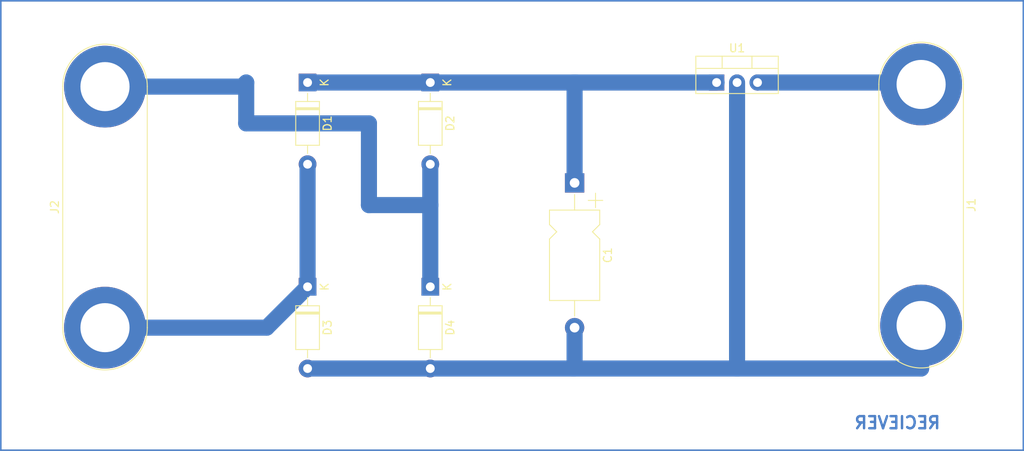
<source format=kicad_pcb>
(kicad_pcb (version 20221018) (generator pcbnew)
  (layers (0 "F.Cu" signal) (31 "B.Cu" signal) (34 "B.Paste" user) (35 "F.Paste" user) (36 "B.SilkS" user "B.Silkscreen") (37 "F.SilkS" user "F.Silkscreen") (38 "B.Mask" user) (39 "F.Mask" user) (44 "Edge.Cuts" user))
  (net 0 "")
  (net 1 "Net-(D1-K)")
  (net 2 "Net-(D3-A)")
  (net 3 "Net-(D1-A)")
  (net 4 "Net-(D2-A)")
  (net 5 "Net-(J1-Pin_1)")
  (footprint "Diode_THT:D_DO-41_SOD81_P10.16mm_Horizontal" (layer "F.Cu") (at 78.74 76.2 -90)
    (fp_text reference "D1" (at 5.08 -2.47 90) (layer "F.SilkS"))
    (fp_text value "1N47xxA")
    (fp_text user "K" (at 0 -2.1 90) (layer "F.SilkS"))
    (fp_line (start 1.34 0) (end 2.36 0) (stroke (width 0.12)) (layer "F.SilkS"))
    (fp_line (start 2.36 -1.47) (end 2.36 1.47) (stroke (width 0.12)) (layer "F.SilkS"))
    (fp_line (start 2.36 1.47) (end 7.8 1.47) (stroke (width 0.12)) (layer "F.SilkS"))
    (fp_line (start 3.14 -1.47) (end 3.14 1.47) (stroke (width 0.12)) (layer "F.SilkS"))
    (fp_line (start 3.26 -1.47) (end 3.26 1.47) (stroke (width 0.12)) (layer "F.SilkS"))
    (fp_line (start 3.38 -1.47) (end 3.38 1.47) (stroke (width 0.12)) (layer "F.SilkS"))
    (fp_line (start 7.8 -1.47) (end 2.36 -1.47) (stroke (width 0.12)) (layer "F.SilkS"))
    (fp_line (start 7.8 1.47) (end 7.8 -1.47) (stroke (width 0.12)) (layer "F.SilkS"))
    (fp_line (start 8.82 0) (end 7.8 0) (stroke (width 0.12)) (layer "F.SilkS"))
    (pad "1" thru_hole rect (at 0 0 270) (size 2.2 2.2) (drill 1.1) (layers "*.Cu" "*.Mask") (net 1 "Net-(D1-K)"))
    (pad "2" thru_hole oval (at 10.16 0 270) (size 2.2 2.2) (drill 1.1) (layers "*.Cu" "*.Mask") (net 3 "Net-(D1-A)"))
  )
  (footprint "Connector:Banana_Jack_2Pin" (layer "F.Cu") (at 53.58 106.68 90)
    (fp_text reference "J2" (at 14.985 -6.24 90) (layer "F.SilkS"))
    (fp_text value "Conn_01x02_Socket")
    (fp_line (start 0 5.25) (end 30 5.25) (stroke (width 0.12)) (layer "F.SilkS"))
    (fp_line (start 30 -5.25) (end 0 -5.25) (stroke (width 0.12)) (layer "F.SilkS"))
    (fp_arc (start 0 5.25) (mid -5.25 0) (end 0 -5.25) (stroke (width 0.12)) (layer "F.SilkS"))
    (fp_arc (start 30 -5.25) (mid 35.25 0) (end 30 5.25) (stroke (width 0.12)) (layer "F.SilkS"))
    (pad "1" thru_hole circle (at 0 0 90) (size 10.16 10.16) (drill 6.1) (layers "*.Cu" "*.Mask") (net 3 "Net-(D1-A)"))
    (pad "2" thru_hole circle (at 29.97 0 90) (size 10.16 10.16) (drill 6.1) (layers "*.Cu" "*.Mask") (net 4 "Net-(D2-A)"))
  )
  (footprint "Diode_THT:D_DO-41_SOD81_P10.16mm_Horizontal" (layer "F.Cu") (at 78.74 101.6 -90)
    (fp_text reference "D3" (at 5.08 -2.47 90) (layer "F.SilkS"))
    (fp_text value "1N47xxA")
    (fp_text user "K" (at 0 -2.1 90) (layer "F.SilkS"))
    (fp_line (start 1.34 0) (end 2.36 0) (stroke (width 0.12)) (layer "F.SilkS"))
    (fp_line (start 2.36 -1.47) (end 2.36 1.47) (stroke (width 0.12)) (layer "F.SilkS"))
    (fp_line (start 2.36 1.47) (end 7.8 1.47) (stroke (width 0.12)) (layer "F.SilkS"))
    (fp_line (start 3.14 -1.47) (end 3.14 1.47) (stroke (width 0.12)) (layer "F.SilkS"))
    (fp_line (start 3.26 -1.47) (end 3.26 1.47) (stroke (width 0.12)) (layer "F.SilkS"))
    (fp_line (start 3.38 -1.47) (end 3.38 1.47) (stroke (width 0.12)) (layer "F.SilkS"))
    (fp_line (start 7.8 -1.47) (end 2.36 -1.47) (stroke (width 0.12)) (layer "F.SilkS"))
    (fp_line (start 7.8 1.47) (end 7.8 -1.47) (stroke (width 0.12)) (layer "F.SilkS"))
    (fp_line (start 8.82 0) (end 7.8 0) (stroke (width 0.12)) (layer "F.SilkS"))
    (pad "1" thru_hole rect (at 0 0 270) (size 2.2 2.2) (drill 1.1) (layers "*.Cu" "*.Mask") (net 3 "Net-(D1-A)"))
    (pad "2" thru_hole oval (at 10.16 0 270) (size 2.2 2.2) (drill 1.1) (layers "*.Cu" "*.Mask") (net 2 "Net-(D3-A)"))
  )
  (footprint "Connector:Banana_Jack_2Pin" (layer "F.Cu") (at 154.94 76.44 -90)
    (fp_text reference "J1" (at 14.985 -6.24 90) (layer "F.SilkS"))
    (fp_text value "Conn_01x02_Socket")
    (fp_line (start 0 5.25) (end 30 5.25) (stroke (width 0.12)) (layer "F.SilkS"))
    (fp_line (start 30 -5.25) (end 0 -5.25) (stroke (width 0.12)) (layer "F.SilkS"))
    (fp_arc (start 0 5.25) (mid -5.25 0) (end 0 -5.25) (stroke (width 0.12)) (layer "F.SilkS"))
    (fp_arc (start 30 -5.25) (mid 35.25 0) (end 30 5.25) (stroke (width 0.12)) (layer "F.SilkS"))
    (pad "1" thru_hole circle (at 0 0 270) (size 10.16 10.16) (drill 6.1) (layers "*.Cu" "*.Mask") (net 5 "Net-(J1-Pin_1)"))
    (pad "2" thru_hole circle (at 29.97 0 270) (size 10.16 10.16) (drill 6.1) (layers "*.Cu" "*.Mask") (net 2 "Net-(D3-A)"))
  )
  (footprint "Diode_THT:D_DO-41_SOD81_P10.16mm_Horizontal" (layer "F.Cu") (at 93.98 101.6 -90)
    (fp_text reference "D4" (at 5.08 -2.47 90) (layer "F.SilkS"))
    (fp_text value "1N47xxA")
    (fp_text user "K" (at 0 -2.1 90) (layer "F.SilkS"))
    (fp_line (start 1.34 0) (end 2.36 0) (stroke (width 0.12)) (layer "F.SilkS"))
    (fp_line (start 2.36 -1.47) (end 2.36 1.47) (stroke (width 0.12)) (layer "F.SilkS"))
    (fp_line (start 2.36 1.47) (end 7.8 1.47) (stroke (width 0.12)) (layer "F.SilkS"))
    (fp_line (start 3.14 -1.47) (end 3.14 1.47) (stroke (width 0.12)) (layer "F.SilkS"))
    (fp_line (start 3.26 -1.47) (end 3.26 1.47) (stroke (width 0.12)) (layer "F.SilkS"))
    (fp_line (start 3.38 -1.47) (end 3.38 1.47) (stroke (width 0.12)) (layer "F.SilkS"))
    (fp_line (start 7.8 -1.47) (end 2.36 -1.47) (stroke (width 0.12)) (layer "F.SilkS"))
    (fp_line (start 7.8 1.47) (end 7.8 -1.47) (stroke (width 0.12)) (layer "F.SilkS"))
    (fp_line (start 8.82 0) (end 7.8 0) (stroke (width 0.12)) (layer "F.SilkS"))
    (pad "1" thru_hole rect (at 0 0 270) (size 2.2 2.2) (drill 1.1) (layers "*.Cu" "*.Mask") (net 4 "Net-(D2-A)"))
    (pad "2" thru_hole oval (at 10.16 0 270) (size 2.2 2.2) (drill 1.1) (layers "*.Cu" "*.Mask") (net 2 "Net-(D3-A)"))
  )
  (footprint "Capacitor_THT:CP_Axial_L11.0mm_D6.0mm_P18.00mm_Horizontal" (layer "F.Cu") (at 111.9025 88.68 -90)
    (fp_text reference "C1" (at 9 -4.12 90) (layer "F.SilkS"))
    (fp_text value "C")
    (fp_line (start 1.28 -2.6) (end 3.08 -2.6) (stroke (width 0.12)) (layer "F.SilkS"))
    (fp_line (start 1.44 0) (end 3.38 0) (stroke (width 0.12)) (layer "F.SilkS"))
    (fp_line (start 2.18 -3.5) (end 2.18 -1.7) (stroke (width 0.12)) (layer "F.SilkS"))
    (fp_line (start 3.38 -3.12) (end 3.38 3.12) (stroke (width 0.12)) (layer "F.SilkS"))
    (fp_line (start 3.38 -3.12) (end 5.18 -3.12) (stroke (width 0.12)) (layer "F.SilkS"))
    (fp_line (start 3.38 3.12) (end 5.18 3.12) (stroke (width 0.12)) (layer "F.SilkS"))
    (fp_line (start 5.18 -3.12) (end 6.08 -2.22) (stroke (width 0.12)) (layer "F.SilkS"))
    (fp_line (start 5.18 3.12) (end 6.08 2.22) (stroke (width 0.12)) (layer "F.SilkS"))
    (fp_line (start 6.08 -2.22) (end 6.98 -3.12) (stroke (width 0.12)) (layer "F.SilkS"))
    (fp_line (start 6.08 2.22) (end 6.98 3.12) (stroke (width 0.12)) (layer "F.SilkS"))
    (fp_line (start 6.98 -3.12) (end 14.62 -3.12) (stroke (width 0.12)) (layer "F.SilkS"))
    (fp_line (start 6.98 3.12) (end 14.62 3.12) (stroke (width 0.12)) (layer "F.SilkS"))
    (fp_line (start 14.62 -3.12) (end 14.62 3.12) (stroke (width 0.12)) (layer "F.SilkS"))
    (fp_line (start 16.56 0) (end 14.62 0) (stroke (width 0.12)) (layer "F.SilkS"))
    (pad "1" thru_hole rect (at 0 0 270) (size 2.4 2.4) (drill 1.2) (layers "*.Cu" "*.Mask") (net 1 "Net-(D1-K)"))
    (pad "2" thru_hole oval (at 18 0 270) (size 2.4 2.4) (drill 1.2) (layers "*.Cu" "*.Mask") (net 2 "Net-(D3-A)"))
  )
  (footprint "Diode_THT:D_DO-41_SOD81_P10.16mm_Horizontal" (layer "F.Cu") (at 93.98 76.2 -90)
    (fp_text reference "D2" (at 5.08 -2.47 90) (layer "F.SilkS"))
    (fp_text value "1N47xxA")
    (fp_text user "K" (at 0 -2.1 90) (layer "F.SilkS"))
    (fp_line (start 1.34 0) (end 2.36 0) (stroke (width 0.12)) (layer "F.SilkS"))
    (fp_line (start 2.36 -1.47) (end 2.36 1.47) (stroke (width 0.12)) (layer "F.SilkS"))
    (fp_line (start 2.36 1.47) (end 7.8 1.47) (stroke (width 0.12)) (layer "F.SilkS"))
    (fp_line (start 3.14 -1.47) (end 3.14 1.47) (stroke (width 0.12)) (layer "F.SilkS"))
    (fp_line (start 3.26 -1.47) (end 3.26 1.47) (stroke (width 0.12)) (layer "F.SilkS"))
    (fp_line (start 3.38 -1.47) (end 3.38 1.47) (stroke (width 0.12)) (layer "F.SilkS"))
    (fp_line (start 7.8 -1.47) (end 2.36 -1.47) (stroke (width 0.12)) (layer "F.SilkS"))
    (fp_line (start 7.8 1.47) (end 7.8 -1.47) (stroke (width 0.12)) (layer "F.SilkS"))
    (fp_line (start 8.82 0) (end 7.8 0) (stroke (width 0.12)) (layer "F.SilkS"))
    (pad "1" thru_hole rect (at 0 0 270) (size 2.2 2.2) (drill 1.1) (layers "*.Cu" "*.Mask") (net 1 "Net-(D1-K)"))
    (pad "2" thru_hole oval (at 10.16 0 270) (size 2.2 2.2) (drill 1.1) (layers "*.Cu" "*.Mask") (net 4 "Net-(D2-A)"))
  )
  (footprint "Package_TO_SOT_THT:TO-220-3_Vertical" (layer "F.Cu") (at 129.54 76.2)
    (fp_text reference "U1" (at 2.54 -4.27) (layer "F.SilkS"))
    (fp_text value "LM7805_TO220")
    (fp_line (start -2.58 -3.27) (end -2.58 1.371) (stroke (width 0.12)) (layer "F.SilkS"))
    (fp_line (start -2.58 -3.27) (end 7.66 -3.27) (stroke (width 0.12)) (layer "F.SilkS"))
    (fp_line (start -2.58 -1.76) (end 7.66 -1.76) (stroke (width 0.12)) (layer "F.SilkS"))
    (fp_line (start -2.58 1.371) (end 7.66 1.371) (stroke (width 0.12)) (layer "F.SilkS"))
    (fp_line (start 0.69 -3.27) (end 0.69 -1.76) (stroke (width 0.12)) (layer "F.SilkS"))
    (fp_line (start 4.391 -3.27) (end 4.391 -1.76) (stroke (width 0.12)) (layer "F.SilkS"))
    (fp_line (start 7.66 -3.27) (end 7.66 1.371) (stroke (width 0.12)) (layer "F.SilkS"))
    (pad "1" thru_hole rect (at 0 0) (size 1.905 2) (drill 1.1) (layers "*.Cu" "*.Mask") (net 1 "Net-(D1-K)"))
    (pad "2" thru_hole oval (at 2.54 0) (size 1.905 2) (drill 1.1) (layers "*.Cu" "*.Mask") (net 2 "Net-(D3-A)"))
    (pad "3" thru_hole oval (at 5.08 0) (size 1.905 2) (drill 1.1) (layers "*.Cu" "*.Mask") (net 5 "Net-(J1-Pin_1)"))
  )
  (gr_line (start 167.64 121.92) (end 40.64 121.92) (stroke (width 0.2)) (layer "B.Cu"))
  (gr_line (start 40.64 121.92) (end 40.64 66.04) (stroke (width 0.2)) (layer "B.Cu"))
  (gr_line (start 40.64 66.04) (end 167.64 66.04) (stroke (width 0.2)) (layer "B.Cu"))
  (gr_line (start 167.64 66.04) (end 167.64 121.92) (stroke (width 0.2)) (layer "B.Cu"))
  (gr_text "RECIEVER" (at 157.48 119.38) (layer "B.Cu") (effects (font (size 1.5 1.5) (thickness 0.3) bold) (justify left bottom mirror)))
  (segment (start 78.74 76.2) (end 93.98 76.2) (width 2) (layer "B.Cu") (net 1))
  (segment (start 129.54 76.2) (end 112.045 76.2) (width 2) (layer "B.Cu") (net 1))
  (segment (start 112.045 76.2) (end 111.9025 76.3425) (width 2) (layer "B.Cu") (net 1))
  (segment (start 93.98 76.2) (end 111.76 76.2) (width 2) (layer "B.Cu") (net 1))
  (segment (start 111.76 76.2) (end 111.9025 76.3425) (width 2) (layer "B.Cu") (net 1))
  (segment (start 111.9025 76.3425) (end 111.9025 88.68) (width 2) (layer "B.Cu") (net 1))
  (segment (start 154.94 106.41) (end 154.94 111.76) (width 2) (layer "B.Cu") (net 2))
  (segment (start 132.08 111.76) (end 111.76 111.76) (width 2) (layer "B.Cu") (net 2))
  (segment (start 132.08 76.2) (end 132.08 111.76) (width 2) (layer "B.Cu") (net 2))
  (segment (start 111.9025 106.68) (end 111.9025 111.6175) (width 2) (layer "B.Cu") (net 2))
  (segment (start 78.74 111.76) (end 93.98 111.76) (width 2) (layer "B.Cu") (net 2))
  (segment (start 111.76 111.76) (end 93.98 111.76) (width 2) (layer "B.Cu") (net 2))
  (segment (start 111.9025 111.6175) (end 111.76 111.76) (width 2) (layer "B.Cu") (net 2))
  (segment (start 154.94 111.76) (end 132.08 111.76) (width 2) (layer "B.Cu") (net 2))
  (segment (start 53.58 106.68) (end 73.66 106.68) (width 2) (layer "B.Cu") (net 3))
  (segment (start 73.66 106.68) (end 78.74 101.6) (width 2) (layer "B.Cu") (net 3))
  (segment (start 78.74 101.6) (end 78.74 86.36) (width 2) (layer "B.Cu") (net 3))
  (segment (start 93.98 91.44) (end 93.98 101.6) (width 2) (layer "B.Cu") (net 4))
  (segment (start 53.58 76.71) (end 70.61 76.71) (width 2) (layer "B.Cu") (net 4))
  (segment (start 70.61 76.71) (end 71.12 76.2) (width 2) (layer "B.Cu") (net 4))
  (segment (start 93.98 86.36) (end 93.98 91.44) (width 2) (layer "B.Cu") (net 4))
  (segment (start 86.36 91.44) (end 93.98 91.44) (width 2) (layer "B.Cu") (net 4))
  (segment (start 71.12 76.2) (end 71.12 81.28) (width 2) (layer "B.Cu") (net 4))
  (segment (start 86.36 81.28) (end 86.36 91.44) (width 2) (layer "B.Cu") (net 4))
  (segment (start 71.12 81.28) (end 86.36 81.28) (width 2) (layer "B.Cu") (net 4))
  (segment (start 154.7 76.2) (end 154.94 76.44) (width 2) (layer "B.Cu") (net 5))
  (segment (start 134.62 76.2) (end 154.7 76.2) (width 2) (layer "B.Cu") (net 5))
)
</source>
